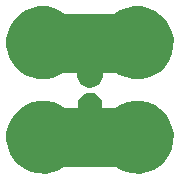
<source format=gbs>
%TF.GenerationSoftware,KiCad,Pcbnew,4.0.5-e0-6337~49~ubuntu16.04.1*%
%TF.CreationDate,2017-01-13T08:23:04-08:00*%
%TF.ProjectId,2x2-Generic-2.54mm-Pitch,3278322D47656E657269632D322E3534,1.0*%
%TF.FileFunction,Soldermask,Bot*%
%FSLAX46Y46*%
G04 Gerber Fmt 4.6, Leading zero omitted, Abs format (unit mm)*
G04 Created by KiCad (PCBNEW 4.0.5-e0-6337~49~ubuntu16.04.1) date Fri Jan 13 08:23:04 2017*
%MOMM*%
%LPD*%
G01*
G04 APERTURE LIST*
%ADD10C,0.350000*%
%ADD11C,5.000000*%
G04 APERTURE END LIST*
D10*
D11*
X146558000Y-102235000D02*
X154558000Y-102235000D01*
X154558000Y-94235000D02*
X146558000Y-94235000D01*
D10*
G36*
X146881110Y-99160847D02*
X147472055Y-99282151D01*
X148028198Y-99515932D01*
X148528334Y-99853278D01*
X148953421Y-100281343D01*
X149287266Y-100783821D01*
X149517156Y-101341576D01*
X149634264Y-101933014D01*
X149634264Y-101933024D01*
X149634331Y-101933363D01*
X149624710Y-102622416D01*
X149624633Y-102622754D01*
X149624633Y-102622762D01*
X149491057Y-103210701D01*
X149245685Y-103761816D01*
X148897937Y-104254778D01*
X148461062Y-104670809D01*
X147951700Y-104994061D01*
X147389254Y-105212219D01*
X146795147Y-105316976D01*
X146192003Y-105304342D01*
X145602800Y-105174797D01*
X145049982Y-104933277D01*
X144554607Y-104588982D01*
X144135537Y-104155023D01*
X143808738Y-103647930D01*
X143586656Y-103087014D01*
X143477755Y-102493658D01*
X143486177Y-101890441D01*
X143611606Y-101300347D01*
X143849259Y-100745858D01*
X144190091Y-100248088D01*
X144621112Y-99826000D01*
X145125913Y-99495668D01*
X145685259Y-99269677D01*
X146277845Y-99156636D01*
X146881110Y-99160847D01*
X146881110Y-99160847D01*
G37*
G36*
X154881110Y-99160847D02*
X155472055Y-99282151D01*
X156028198Y-99515932D01*
X156528334Y-99853278D01*
X156953421Y-100281343D01*
X157287266Y-100783821D01*
X157517156Y-101341576D01*
X157634264Y-101933014D01*
X157634264Y-101933024D01*
X157634331Y-101933363D01*
X157624710Y-102622416D01*
X157624633Y-102622754D01*
X157624633Y-102622762D01*
X157491057Y-103210701D01*
X157245685Y-103761816D01*
X156897937Y-104254778D01*
X156461062Y-104670809D01*
X155951700Y-104994061D01*
X155389254Y-105212219D01*
X154795147Y-105316976D01*
X154192003Y-105304342D01*
X153602800Y-105174797D01*
X153049982Y-104933277D01*
X152554607Y-104588982D01*
X152135537Y-104155023D01*
X151808738Y-103647930D01*
X151586656Y-103087014D01*
X151477755Y-102493658D01*
X151486177Y-101890441D01*
X151611606Y-101300347D01*
X151849259Y-100745858D01*
X152190091Y-100248088D01*
X152621112Y-99826000D01*
X153125913Y-99495668D01*
X153685259Y-99269677D01*
X154277845Y-99156636D01*
X154881110Y-99160847D01*
X154881110Y-99160847D01*
G37*
G36*
X150665790Y-98479481D02*
X150862921Y-98519947D01*
X151048451Y-98597937D01*
X151215292Y-98710473D01*
X151357098Y-98853272D01*
X151468466Y-99020895D01*
X151545156Y-99206958D01*
X151584176Y-99404027D01*
X151584176Y-99404032D01*
X151584244Y-99404376D01*
X151581034Y-99634239D01*
X151580957Y-99634577D01*
X151580957Y-99634586D01*
X151536449Y-99830490D01*
X151454596Y-100014335D01*
X151338588Y-100178786D01*
X151192850Y-100317571D01*
X151022931Y-100425405D01*
X150835299Y-100498182D01*
X150637112Y-100533128D01*
X150435905Y-100528913D01*
X150239351Y-100485699D01*
X150054933Y-100405128D01*
X149889682Y-100290275D01*
X149749882Y-100145509D01*
X149640864Y-99976345D01*
X149566777Y-99789224D01*
X149530449Y-99591288D01*
X149533258Y-99390058D01*
X149575102Y-99193205D01*
X149654380Y-99008232D01*
X149768080Y-98842178D01*
X149911865Y-98701373D01*
X150080265Y-98591176D01*
X150266860Y-98515786D01*
X150464540Y-98478077D01*
X150665790Y-98479481D01*
X150665790Y-98479481D01*
G37*
G36*
X150671042Y-95889515D02*
X150877777Y-95931952D01*
X151072347Y-96013741D01*
X151247318Y-96131761D01*
X151396033Y-96281518D01*
X151512827Y-96457308D01*
X151593253Y-96652436D01*
X151634178Y-96859124D01*
X151634178Y-96859129D01*
X151634246Y-96859473D01*
X151630880Y-97100536D01*
X151630803Y-97100874D01*
X151630803Y-97100883D01*
X151584122Y-97306349D01*
X151498281Y-97499152D01*
X151376621Y-97671615D01*
X151223782Y-97817162D01*
X151045584Y-97930250D01*
X150848810Y-98006573D01*
X150640967Y-98043222D01*
X150429957Y-98038802D01*
X150223825Y-97993481D01*
X150030422Y-97908985D01*
X149857119Y-97788536D01*
X149710508Y-97636717D01*
X149596178Y-97459310D01*
X149518481Y-97263072D01*
X149480384Y-97055492D01*
X149483330Y-96844458D01*
X149527211Y-96638013D01*
X149610353Y-96444028D01*
X149729593Y-96269883D01*
X149880384Y-96122217D01*
X150056988Y-96006651D01*
X150252675Y-95927588D01*
X150459987Y-95888042D01*
X150671042Y-95889515D01*
X150671042Y-95889515D01*
G37*
G36*
X146881110Y-91160847D02*
X147472055Y-91282151D01*
X148028198Y-91515932D01*
X148528334Y-91853278D01*
X148953421Y-92281343D01*
X149287266Y-92783821D01*
X149517156Y-93341576D01*
X149634264Y-93933014D01*
X149634264Y-93933024D01*
X149634331Y-93933363D01*
X149624710Y-94622416D01*
X149624633Y-94622754D01*
X149624633Y-94622762D01*
X149491057Y-95210701D01*
X149245685Y-95761816D01*
X148897937Y-96254778D01*
X148461062Y-96670809D01*
X147951700Y-96994061D01*
X147389254Y-97212219D01*
X146795147Y-97316976D01*
X146192003Y-97304342D01*
X145602800Y-97174797D01*
X145049982Y-96933277D01*
X144554607Y-96588982D01*
X144135537Y-96155023D01*
X143808738Y-95647930D01*
X143586656Y-95087014D01*
X143477755Y-94493658D01*
X143486177Y-93890441D01*
X143611606Y-93300347D01*
X143849259Y-92745858D01*
X144190091Y-92248088D01*
X144621112Y-91826000D01*
X145125913Y-91495668D01*
X145685259Y-91269677D01*
X146277845Y-91156636D01*
X146881110Y-91160847D01*
X146881110Y-91160847D01*
G37*
G36*
X154881110Y-91160847D02*
X155472055Y-91282151D01*
X156028198Y-91515932D01*
X156528334Y-91853278D01*
X156953421Y-92281343D01*
X157287266Y-92783821D01*
X157517156Y-93341576D01*
X157634264Y-93933014D01*
X157634264Y-93933024D01*
X157634331Y-93933363D01*
X157624710Y-94622416D01*
X157624633Y-94622754D01*
X157624633Y-94622762D01*
X157491057Y-95210701D01*
X157245685Y-95761816D01*
X156897937Y-96254778D01*
X156461062Y-96670809D01*
X155951700Y-96994061D01*
X155389254Y-97212219D01*
X154795147Y-97316976D01*
X154192003Y-97304342D01*
X153602800Y-97174797D01*
X153049982Y-96933277D01*
X152554607Y-96588982D01*
X152135537Y-96155023D01*
X151808738Y-95647930D01*
X151586656Y-95087014D01*
X151477755Y-94493658D01*
X151486177Y-93890441D01*
X151611606Y-93300347D01*
X151849259Y-92745858D01*
X152190091Y-92248088D01*
X152621112Y-91826000D01*
X153125913Y-91495668D01*
X153685259Y-91269677D01*
X154277845Y-91156636D01*
X154881110Y-91160847D01*
X154881110Y-91160847D01*
G37*
M02*

</source>
